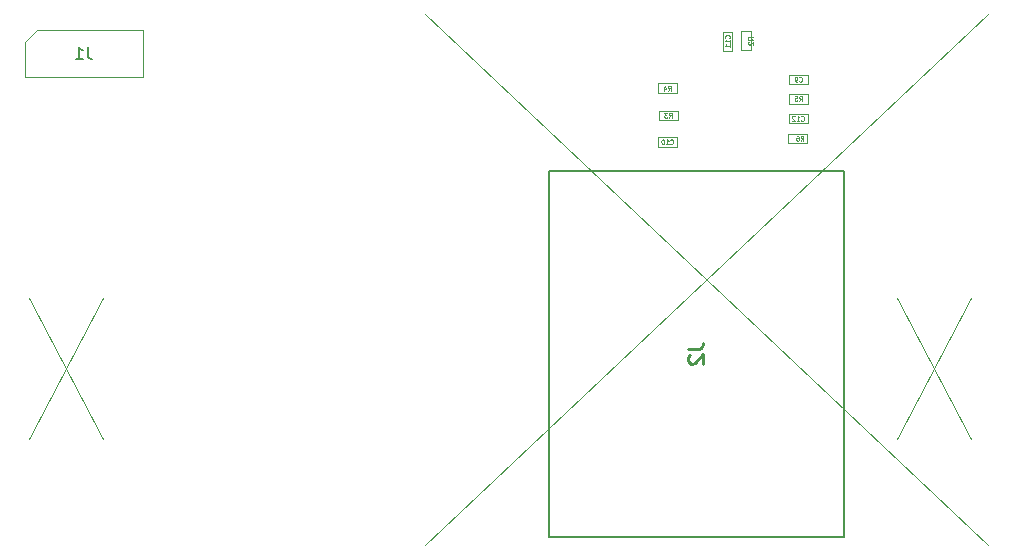
<source format=gbr>
G04 #@! TF.GenerationSoftware,KiCad,Pcbnew,9.0.0*
G04 #@! TF.CreationDate,2025-08-29T11:38:16+03:00*
G04 #@! TF.ProjectId,GSM_PCBSMAFRAHT,47534d5f-5043-4425-934d-414652414854,rev?*
G04 #@! TF.SameCoordinates,Original*
G04 #@! TF.FileFunction,AssemblyDrawing,Bot*
%FSLAX46Y46*%
G04 Gerber Fmt 4.6, Leading zero omitted, Abs format (unit mm)*
G04 Created by KiCad (PCBNEW 9.0.0) date 2025-08-29 11:38:16*
%MOMM*%
%LPD*%
G01*
G04 APERTURE LIST*
%ADD10C,0.060000*%
%ADD11C,0.150000*%
%ADD12C,0.254000*%
%ADD13C,0.100000*%
%ADD14C,0.200000*%
G04 APERTURE END LIST*
D10*
X142387142Y-85323832D02*
X142406190Y-85342880D01*
X142406190Y-85342880D02*
X142463332Y-85361927D01*
X142463332Y-85361927D02*
X142501428Y-85361927D01*
X142501428Y-85361927D02*
X142558571Y-85342880D01*
X142558571Y-85342880D02*
X142596666Y-85304784D01*
X142596666Y-85304784D02*
X142615713Y-85266689D01*
X142615713Y-85266689D02*
X142634761Y-85190499D01*
X142634761Y-85190499D02*
X142634761Y-85133356D01*
X142634761Y-85133356D02*
X142615713Y-85057165D01*
X142615713Y-85057165D02*
X142596666Y-85019070D01*
X142596666Y-85019070D02*
X142558571Y-84980975D01*
X142558571Y-84980975D02*
X142501428Y-84961927D01*
X142501428Y-84961927D02*
X142463332Y-84961927D01*
X142463332Y-84961927D02*
X142406190Y-84980975D01*
X142406190Y-84980975D02*
X142387142Y-85000022D01*
X142006190Y-85361927D02*
X142234761Y-85361927D01*
X142120475Y-85361927D02*
X142120475Y-84961927D01*
X142120475Y-84961927D02*
X142158571Y-85019070D01*
X142158571Y-85019070D02*
X142196666Y-85057165D01*
X142196666Y-85057165D02*
X142234761Y-85076213D01*
X141853809Y-85000022D02*
X141834761Y-84980975D01*
X141834761Y-84980975D02*
X141796666Y-84961927D01*
X141796666Y-84961927D02*
X141701428Y-84961927D01*
X141701428Y-84961927D02*
X141663333Y-84980975D01*
X141663333Y-84980975D02*
X141644285Y-85000022D01*
X141644285Y-85000022D02*
X141625238Y-85038118D01*
X141625238Y-85038118D02*
X141625238Y-85076213D01*
X141625238Y-85076213D02*
X141644285Y-85133356D01*
X141644285Y-85133356D02*
X141872857Y-85361927D01*
X141872857Y-85361927D02*
X141625238Y-85361927D01*
X138304427Y-78538333D02*
X138113951Y-78405000D01*
X138304427Y-78309762D02*
X137904427Y-78309762D01*
X137904427Y-78309762D02*
X137904427Y-78462143D01*
X137904427Y-78462143D02*
X137923475Y-78500238D01*
X137923475Y-78500238D02*
X137942522Y-78519285D01*
X137942522Y-78519285D02*
X137980618Y-78538333D01*
X137980618Y-78538333D02*
X138037760Y-78538333D01*
X138037760Y-78538333D02*
X138075856Y-78519285D01*
X138075856Y-78519285D02*
X138094903Y-78500238D01*
X138094903Y-78500238D02*
X138113951Y-78462143D01*
X138113951Y-78462143D02*
X138113951Y-78309762D01*
X137942522Y-78690714D02*
X137923475Y-78709762D01*
X137923475Y-78709762D02*
X137904427Y-78747857D01*
X137904427Y-78747857D02*
X137904427Y-78843095D01*
X137904427Y-78843095D02*
X137923475Y-78881190D01*
X137923475Y-78881190D02*
X137942522Y-78900238D01*
X137942522Y-78900238D02*
X137980618Y-78919285D01*
X137980618Y-78919285D02*
X138018713Y-78919285D01*
X138018713Y-78919285D02*
X138075856Y-78900238D01*
X138075856Y-78900238D02*
X138304427Y-78671666D01*
X138304427Y-78671666D02*
X138304427Y-78919285D01*
X131317142Y-87303832D02*
X131336190Y-87322880D01*
X131336190Y-87322880D02*
X131393332Y-87341927D01*
X131393332Y-87341927D02*
X131431428Y-87341927D01*
X131431428Y-87341927D02*
X131488571Y-87322880D01*
X131488571Y-87322880D02*
X131526666Y-87284784D01*
X131526666Y-87284784D02*
X131545713Y-87246689D01*
X131545713Y-87246689D02*
X131564761Y-87170499D01*
X131564761Y-87170499D02*
X131564761Y-87113356D01*
X131564761Y-87113356D02*
X131545713Y-87037165D01*
X131545713Y-87037165D02*
X131526666Y-86999070D01*
X131526666Y-86999070D02*
X131488571Y-86960975D01*
X131488571Y-86960975D02*
X131431428Y-86941927D01*
X131431428Y-86941927D02*
X131393332Y-86941927D01*
X131393332Y-86941927D02*
X131336190Y-86960975D01*
X131336190Y-86960975D02*
X131317142Y-86980022D01*
X130936190Y-87341927D02*
X131164761Y-87341927D01*
X131050475Y-87341927D02*
X131050475Y-86941927D01*
X131050475Y-86941927D02*
X131088571Y-86999070D01*
X131088571Y-86999070D02*
X131126666Y-87037165D01*
X131126666Y-87037165D02*
X131164761Y-87056213D01*
X130688571Y-86941927D02*
X130650476Y-86941927D01*
X130650476Y-86941927D02*
X130612380Y-86960975D01*
X130612380Y-86960975D02*
X130593333Y-86980022D01*
X130593333Y-86980022D02*
X130574285Y-87018118D01*
X130574285Y-87018118D02*
X130555238Y-87094308D01*
X130555238Y-87094308D02*
X130555238Y-87189546D01*
X130555238Y-87189546D02*
X130574285Y-87265737D01*
X130574285Y-87265737D02*
X130593333Y-87303832D01*
X130593333Y-87303832D02*
X130612380Y-87322880D01*
X130612380Y-87322880D02*
X130650476Y-87341927D01*
X130650476Y-87341927D02*
X130688571Y-87341927D01*
X130688571Y-87341927D02*
X130726666Y-87322880D01*
X130726666Y-87322880D02*
X130745714Y-87303832D01*
X130745714Y-87303832D02*
X130764761Y-87265737D01*
X130764761Y-87265737D02*
X130783809Y-87189546D01*
X130783809Y-87189546D02*
X130783809Y-87094308D01*
X130783809Y-87094308D02*
X130764761Y-87018118D01*
X130764761Y-87018118D02*
X130745714Y-86980022D01*
X130745714Y-86980022D02*
X130726666Y-86960975D01*
X130726666Y-86960975D02*
X130688571Y-86941927D01*
X131136666Y-82801927D02*
X131269999Y-82611451D01*
X131365237Y-82801927D02*
X131365237Y-82401927D01*
X131365237Y-82401927D02*
X131212856Y-82401927D01*
X131212856Y-82401927D02*
X131174761Y-82420975D01*
X131174761Y-82420975D02*
X131155714Y-82440022D01*
X131155714Y-82440022D02*
X131136666Y-82478118D01*
X131136666Y-82478118D02*
X131136666Y-82535260D01*
X131136666Y-82535260D02*
X131155714Y-82573356D01*
X131155714Y-82573356D02*
X131174761Y-82592403D01*
X131174761Y-82592403D02*
X131212856Y-82611451D01*
X131212856Y-82611451D02*
X131365237Y-82611451D01*
X130793809Y-82535260D02*
X130793809Y-82801927D01*
X130889047Y-82382880D02*
X130984285Y-82668594D01*
X130984285Y-82668594D02*
X130736666Y-82668594D01*
X136303832Y-78357857D02*
X136322880Y-78338809D01*
X136322880Y-78338809D02*
X136341927Y-78281667D01*
X136341927Y-78281667D02*
X136341927Y-78243571D01*
X136341927Y-78243571D02*
X136322880Y-78186428D01*
X136322880Y-78186428D02*
X136284784Y-78148333D01*
X136284784Y-78148333D02*
X136246689Y-78129286D01*
X136246689Y-78129286D02*
X136170499Y-78110238D01*
X136170499Y-78110238D02*
X136113356Y-78110238D01*
X136113356Y-78110238D02*
X136037165Y-78129286D01*
X136037165Y-78129286D02*
X135999070Y-78148333D01*
X135999070Y-78148333D02*
X135960975Y-78186428D01*
X135960975Y-78186428D02*
X135941927Y-78243571D01*
X135941927Y-78243571D02*
X135941927Y-78281667D01*
X135941927Y-78281667D02*
X135960975Y-78338809D01*
X135960975Y-78338809D02*
X135980022Y-78357857D01*
X136341927Y-78738809D02*
X136341927Y-78510238D01*
X136341927Y-78624524D02*
X135941927Y-78624524D01*
X135941927Y-78624524D02*
X135999070Y-78586428D01*
X135999070Y-78586428D02*
X136037165Y-78548333D01*
X136037165Y-78548333D02*
X136056213Y-78510238D01*
X136341927Y-79119761D02*
X136341927Y-78891190D01*
X136341927Y-79005476D02*
X135941927Y-79005476D01*
X135941927Y-79005476D02*
X135999070Y-78967380D01*
X135999070Y-78967380D02*
X136037165Y-78929285D01*
X136037165Y-78929285D02*
X136056213Y-78891190D01*
D11*
X81983333Y-79124819D02*
X81983333Y-79839104D01*
X81983333Y-79839104D02*
X82030952Y-79981961D01*
X82030952Y-79981961D02*
X82126190Y-80077200D01*
X82126190Y-80077200D02*
X82269047Y-80124819D01*
X82269047Y-80124819D02*
X82364285Y-80124819D01*
X80983333Y-80124819D02*
X81554761Y-80124819D01*
X81269047Y-80124819D02*
X81269047Y-79124819D01*
X81269047Y-79124819D02*
X81364285Y-79267676D01*
X81364285Y-79267676D02*
X81459523Y-79362914D01*
X81459523Y-79362914D02*
X81554761Y-79410533D01*
D10*
X131186666Y-85101927D02*
X131319999Y-84911451D01*
X131415237Y-85101927D02*
X131415237Y-84701927D01*
X131415237Y-84701927D02*
X131262856Y-84701927D01*
X131262856Y-84701927D02*
X131224761Y-84720975D01*
X131224761Y-84720975D02*
X131205714Y-84740022D01*
X131205714Y-84740022D02*
X131186666Y-84778118D01*
X131186666Y-84778118D02*
X131186666Y-84835260D01*
X131186666Y-84835260D02*
X131205714Y-84873356D01*
X131205714Y-84873356D02*
X131224761Y-84892403D01*
X131224761Y-84892403D02*
X131262856Y-84911451D01*
X131262856Y-84911451D02*
X131415237Y-84911451D01*
X131053333Y-84701927D02*
X130805714Y-84701927D01*
X130805714Y-84701927D02*
X130939047Y-84854308D01*
X130939047Y-84854308D02*
X130881904Y-84854308D01*
X130881904Y-84854308D02*
X130843809Y-84873356D01*
X130843809Y-84873356D02*
X130824761Y-84892403D01*
X130824761Y-84892403D02*
X130805714Y-84930499D01*
X130805714Y-84930499D02*
X130805714Y-85025737D01*
X130805714Y-85025737D02*
X130824761Y-85063832D01*
X130824761Y-85063832D02*
X130843809Y-85082880D01*
X130843809Y-85082880D02*
X130881904Y-85101927D01*
X130881904Y-85101927D02*
X130996190Y-85101927D01*
X130996190Y-85101927D02*
X131034285Y-85082880D01*
X131034285Y-85082880D02*
X131053333Y-85063832D01*
X142221666Y-83681927D02*
X142354999Y-83491451D01*
X142450237Y-83681927D02*
X142450237Y-83281927D01*
X142450237Y-83281927D02*
X142297856Y-83281927D01*
X142297856Y-83281927D02*
X142259761Y-83300975D01*
X142259761Y-83300975D02*
X142240714Y-83320022D01*
X142240714Y-83320022D02*
X142221666Y-83358118D01*
X142221666Y-83358118D02*
X142221666Y-83415260D01*
X142221666Y-83415260D02*
X142240714Y-83453356D01*
X142240714Y-83453356D02*
X142259761Y-83472403D01*
X142259761Y-83472403D02*
X142297856Y-83491451D01*
X142297856Y-83491451D02*
X142450237Y-83491451D01*
X141859761Y-83281927D02*
X142050237Y-83281927D01*
X142050237Y-83281927D02*
X142069285Y-83472403D01*
X142069285Y-83472403D02*
X142050237Y-83453356D01*
X142050237Y-83453356D02*
X142012142Y-83434308D01*
X142012142Y-83434308D02*
X141916904Y-83434308D01*
X141916904Y-83434308D02*
X141878809Y-83453356D01*
X141878809Y-83453356D02*
X141859761Y-83472403D01*
X141859761Y-83472403D02*
X141840714Y-83510499D01*
X141840714Y-83510499D02*
X141840714Y-83605737D01*
X141840714Y-83605737D02*
X141859761Y-83643832D01*
X141859761Y-83643832D02*
X141878809Y-83662880D01*
X141878809Y-83662880D02*
X141916904Y-83681927D01*
X141916904Y-83681927D02*
X142012142Y-83681927D01*
X142012142Y-83681927D02*
X142050237Y-83662880D01*
X142050237Y-83662880D02*
X142069285Y-83643832D01*
D12*
X132824318Y-104666667D02*
X133731461Y-104666667D01*
X133731461Y-104666667D02*
X133912889Y-104606190D01*
X133912889Y-104606190D02*
X134033842Y-104485238D01*
X134033842Y-104485238D02*
X134094318Y-104303809D01*
X134094318Y-104303809D02*
X134094318Y-104182857D01*
X132945270Y-105210952D02*
X132884794Y-105271428D01*
X132884794Y-105271428D02*
X132824318Y-105392381D01*
X132824318Y-105392381D02*
X132824318Y-105694762D01*
X132824318Y-105694762D02*
X132884794Y-105815714D01*
X132884794Y-105815714D02*
X132945270Y-105876190D01*
X132945270Y-105876190D02*
X133066222Y-105936667D01*
X133066222Y-105936667D02*
X133187175Y-105936667D01*
X133187175Y-105936667D02*
X133368603Y-105876190D01*
X133368603Y-105876190D02*
X134094318Y-105150476D01*
X134094318Y-105150476D02*
X134094318Y-105936667D01*
D10*
X142226666Y-82013832D02*
X142245714Y-82032880D01*
X142245714Y-82032880D02*
X142302856Y-82051927D01*
X142302856Y-82051927D02*
X142340952Y-82051927D01*
X142340952Y-82051927D02*
X142398095Y-82032880D01*
X142398095Y-82032880D02*
X142436190Y-81994784D01*
X142436190Y-81994784D02*
X142455237Y-81956689D01*
X142455237Y-81956689D02*
X142474285Y-81880499D01*
X142474285Y-81880499D02*
X142474285Y-81823356D01*
X142474285Y-81823356D02*
X142455237Y-81747165D01*
X142455237Y-81747165D02*
X142436190Y-81709070D01*
X142436190Y-81709070D02*
X142398095Y-81670975D01*
X142398095Y-81670975D02*
X142340952Y-81651927D01*
X142340952Y-81651927D02*
X142302856Y-81651927D01*
X142302856Y-81651927D02*
X142245714Y-81670975D01*
X142245714Y-81670975D02*
X142226666Y-81690022D01*
X142036190Y-82051927D02*
X141959999Y-82051927D01*
X141959999Y-82051927D02*
X141921904Y-82032880D01*
X141921904Y-82032880D02*
X141902856Y-82013832D01*
X141902856Y-82013832D02*
X141864761Y-81956689D01*
X141864761Y-81956689D02*
X141845714Y-81880499D01*
X141845714Y-81880499D02*
X141845714Y-81728118D01*
X141845714Y-81728118D02*
X141864761Y-81690022D01*
X141864761Y-81690022D02*
X141883809Y-81670975D01*
X141883809Y-81670975D02*
X141921904Y-81651927D01*
X141921904Y-81651927D02*
X141998095Y-81651927D01*
X141998095Y-81651927D02*
X142036190Y-81670975D01*
X142036190Y-81670975D02*
X142055237Y-81690022D01*
X142055237Y-81690022D02*
X142074285Y-81728118D01*
X142074285Y-81728118D02*
X142074285Y-81823356D01*
X142074285Y-81823356D02*
X142055237Y-81861451D01*
X142055237Y-81861451D02*
X142036190Y-81880499D01*
X142036190Y-81880499D02*
X141998095Y-81899546D01*
X141998095Y-81899546D02*
X141921904Y-81899546D01*
X141921904Y-81899546D02*
X141883809Y-81880499D01*
X141883809Y-81880499D02*
X141864761Y-81861451D01*
X141864761Y-81861451D02*
X141845714Y-81823356D01*
X142356666Y-87041927D02*
X142489999Y-86851451D01*
X142585237Y-87041927D02*
X142585237Y-86641927D01*
X142585237Y-86641927D02*
X142432856Y-86641927D01*
X142432856Y-86641927D02*
X142394761Y-86660975D01*
X142394761Y-86660975D02*
X142375714Y-86680022D01*
X142375714Y-86680022D02*
X142356666Y-86718118D01*
X142356666Y-86718118D02*
X142356666Y-86775260D01*
X142356666Y-86775260D02*
X142375714Y-86813356D01*
X142375714Y-86813356D02*
X142394761Y-86832403D01*
X142394761Y-86832403D02*
X142432856Y-86851451D01*
X142432856Y-86851451D02*
X142585237Y-86851451D01*
X142013809Y-86641927D02*
X142089999Y-86641927D01*
X142089999Y-86641927D02*
X142128095Y-86660975D01*
X142128095Y-86660975D02*
X142147142Y-86680022D01*
X142147142Y-86680022D02*
X142185237Y-86737165D01*
X142185237Y-86737165D02*
X142204285Y-86813356D01*
X142204285Y-86813356D02*
X142204285Y-86965737D01*
X142204285Y-86965737D02*
X142185237Y-87003832D01*
X142185237Y-87003832D02*
X142166190Y-87022880D01*
X142166190Y-87022880D02*
X142128095Y-87041927D01*
X142128095Y-87041927D02*
X142051904Y-87041927D01*
X142051904Y-87041927D02*
X142013809Y-87022880D01*
X142013809Y-87022880D02*
X141994761Y-87003832D01*
X141994761Y-87003832D02*
X141975714Y-86965737D01*
X141975714Y-86965737D02*
X141975714Y-86870499D01*
X141975714Y-86870499D02*
X141994761Y-86832403D01*
X141994761Y-86832403D02*
X142013809Y-86813356D01*
X142013809Y-86813356D02*
X142051904Y-86794308D01*
X142051904Y-86794308D02*
X142128095Y-86794308D01*
X142128095Y-86794308D02*
X142166190Y-86813356D01*
X142166190Y-86813356D02*
X142185237Y-86832403D01*
X142185237Y-86832403D02*
X142204285Y-86870499D01*
D13*
X141330000Y-84780000D02*
X142930000Y-84780000D01*
X141330000Y-85580000D02*
X141330000Y-84780000D01*
X142930000Y-84780000D02*
X142930000Y-85580000D01*
X142930000Y-85580000D02*
X141330000Y-85580000D01*
X137297500Y-77805000D02*
X138122500Y-77805000D01*
X137297500Y-79405000D02*
X137297500Y-77805000D01*
X138122500Y-77805000D02*
X138122500Y-79405000D01*
X138122500Y-79405000D02*
X137297500Y-79405000D01*
X130260000Y-86760000D02*
X131860000Y-86760000D01*
X130260000Y-87560000D02*
X130260000Y-86760000D01*
X131860000Y-86760000D02*
X131860000Y-87560000D01*
X131860000Y-87560000D02*
X130260000Y-87560000D01*
X130270000Y-82207500D02*
X131870000Y-82207500D01*
X130270000Y-83032500D02*
X130270000Y-82207500D01*
X131870000Y-82207500D02*
X131870000Y-83032500D01*
X131870000Y-83032500D02*
X130270000Y-83032500D01*
X135760000Y-77815000D02*
X136560000Y-77815000D01*
X135760000Y-79415000D02*
X135760000Y-77815000D01*
X136560000Y-77815000D02*
X136560000Y-79415000D01*
X136560000Y-79415000D02*
X135760000Y-79415000D01*
X76650000Y-78670000D02*
X77650000Y-77670000D01*
X76650000Y-81670000D02*
X76650000Y-78670000D01*
X77650000Y-77670000D02*
X86650000Y-77670000D01*
X86650000Y-77670000D02*
X86650000Y-81670000D01*
X86650000Y-81670000D02*
X76650000Y-81670000D01*
X130320000Y-84507500D02*
X131920000Y-84507500D01*
X130320000Y-85332500D02*
X130320000Y-84507500D01*
X131920000Y-84507500D02*
X131920000Y-85332500D01*
X131920000Y-85332500D02*
X130320000Y-85332500D01*
X141350000Y-83107500D02*
X142950000Y-83107500D01*
X141350000Y-83932500D02*
X141350000Y-83107500D01*
X142950000Y-83107500D02*
X142950000Y-83932500D01*
X142950000Y-83932500D02*
X141350000Y-83932500D01*
D14*
X121020000Y-89590000D02*
X146020000Y-89590000D01*
X121020000Y-120590000D02*
X121020000Y-89590000D01*
X146020000Y-89590000D02*
X146020000Y-120590000D01*
X146020000Y-120590000D02*
X121020000Y-120590000D01*
D13*
X141360000Y-81470000D02*
X142960000Y-81470000D01*
X141360000Y-82270000D02*
X141360000Y-81470000D01*
X142960000Y-81470000D02*
X142960000Y-82270000D01*
X142960000Y-82270000D02*
X141360000Y-82270000D01*
X141310000Y-86447500D02*
X142910000Y-86447500D01*
X141310000Y-87272500D02*
X141310000Y-86447500D01*
X142910000Y-86447500D02*
X142910000Y-87272500D01*
X142910000Y-87272500D02*
X141310000Y-87272500D01*
X77010000Y-100370000D02*
X83250000Y-112299819D01*
X77010000Y-112299819D02*
X83250000Y-100370000D01*
X150510000Y-100370000D02*
X156750000Y-112299819D01*
X150510000Y-112299819D02*
X156750000Y-100370000D01*
X110550000Y-76299461D02*
X158204768Y-121290000D01*
X110550000Y-121290000D02*
X158204768Y-76299461D01*
M02*

</source>
